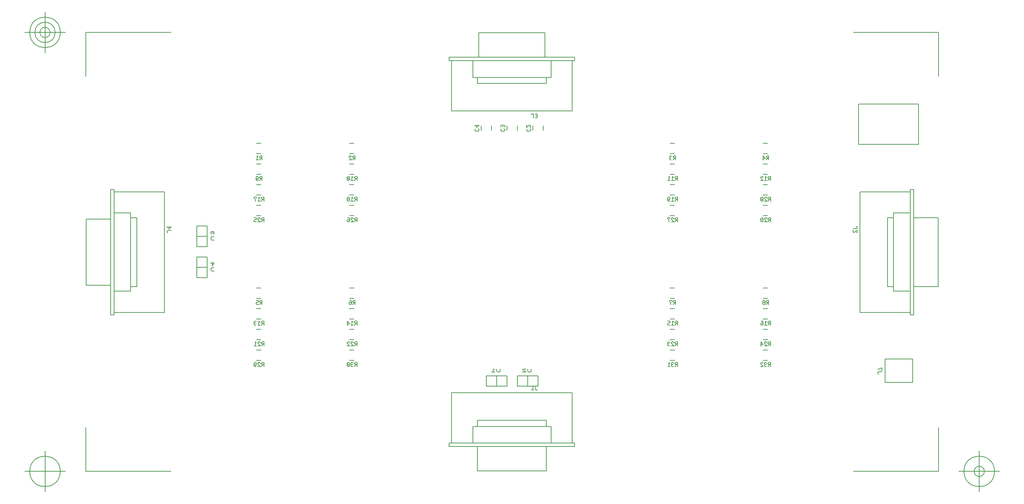
<source format=gbr>
G04 Generated by Ultiboard 13.0 *
%FSLAX34Y34*%
%MOMM*%

%ADD10C,0.0001*%
%ADD11C,0.1556*%
%ADD12C,0.2000*%
%ADD13C,0.2032*%
%ADD14C,0.1270*%


G04 ColorRGB FF14FF for the following layer *
%LNSilkscreen Bottom*%
%LPD*%
G54D10*
G54D11*
X1916460Y207936D02*
X1914460Y209927D01*
X1914460Y211918D01*
X1916460Y213909D01*
X1924460Y213909D01*
X1914460Y219882D02*
X1919460Y219882D01*
X1922460Y222869D01*
X1924460Y222869D01*
X1924460Y216896D01*
X1922460Y216896D01*
X170700Y554836D02*
X168700Y556827D01*
X168700Y558818D01*
X170700Y560809D01*
X178700Y560809D01*
X172700Y569769D02*
X172700Y563796D01*
X178700Y568773D01*
X168700Y568773D01*
X168700Y567778D02*
X168700Y569769D01*
X1861300Y570764D02*
X1863300Y568773D01*
X1863300Y566782D01*
X1861300Y564791D01*
X1853300Y564791D01*
X1855300Y561804D02*
X1853300Y559813D01*
X1853300Y557822D01*
X1855300Y555831D01*
X1856300Y555831D01*
X1863300Y561804D01*
X1863300Y555831D01*
X1862300Y555831D01*
X1078764Y170700D02*
X1076773Y168700D01*
X1074782Y168700D01*
X1072791Y170700D01*
X1072791Y178700D01*
X1068809Y176700D02*
X1066818Y178700D01*
X1066818Y168700D01*
X1069804Y168700D02*
X1063831Y168700D01*
X406144Y581600D02*
X406144Y591600D01*
X402162Y591600D01*
X400171Y589600D01*
X400171Y588600D01*
X402162Y586600D01*
X406144Y586600D01*
X405149Y586600D02*
X400171Y581600D01*
X397184Y589600D02*
X395193Y591600D01*
X393202Y591600D01*
X391211Y589600D01*
X391211Y588600D01*
X397184Y581600D01*
X391211Y581600D01*
X391211Y582600D01*
X382251Y591600D02*
X388224Y591600D01*
X388224Y587600D01*
X384242Y587600D01*
X382251Y585600D01*
X382251Y583600D01*
X384242Y581600D01*
X388224Y581600D01*
X401664Y734000D02*
X401664Y744000D01*
X397682Y744000D01*
X395691Y742000D01*
X395691Y741000D01*
X397682Y739000D01*
X401664Y739000D01*
X400669Y739000D02*
X395691Y734000D01*
X391709Y742000D02*
X389718Y744000D01*
X389718Y734000D01*
X392704Y734000D02*
X386731Y734000D01*
X1650744Y581600D02*
X1650744Y591600D01*
X1646762Y591600D01*
X1644771Y589600D01*
X1644771Y588600D01*
X1646762Y586600D01*
X1650744Y586600D01*
X1649749Y586600D02*
X1644771Y581600D01*
X1641784Y589600D02*
X1639793Y591600D01*
X1637802Y591600D01*
X1635811Y589600D01*
X1635811Y588600D01*
X1641784Y581600D01*
X1635811Y581600D01*
X1635811Y582600D01*
X1628842Y581600D02*
X1630833Y581600D01*
X1632824Y583600D01*
X1632824Y585600D01*
X1631829Y586600D01*
X1632824Y587600D01*
X1632824Y589600D01*
X1630833Y591600D01*
X1628842Y591600D01*
X1626851Y589600D01*
X1626851Y587600D01*
X1627847Y586600D01*
X1626851Y585600D01*
X1626851Y583600D01*
X1628842Y581600D01*
X1631829Y586600D02*
X1627847Y586600D01*
X1650744Y632400D02*
X1650744Y642400D01*
X1646762Y642400D01*
X1644771Y640400D01*
X1644771Y639400D01*
X1646762Y637400D01*
X1650744Y637400D01*
X1649749Y637400D02*
X1644771Y632400D01*
X1641784Y640400D02*
X1639793Y642400D01*
X1637802Y642400D01*
X1635811Y640400D01*
X1635811Y639400D01*
X1641784Y632400D01*
X1635811Y632400D01*
X1635811Y633400D01*
X1632824Y640400D02*
X1630833Y642400D01*
X1628842Y642400D01*
X1626851Y640400D01*
X1626851Y634400D01*
X1628842Y632400D01*
X1630833Y632400D01*
X1632824Y634400D01*
X1632824Y640400D01*
X1626851Y640400D02*
X1632824Y634400D01*
X1650744Y683200D02*
X1650744Y693200D01*
X1646762Y693200D01*
X1644771Y691200D01*
X1644771Y690200D01*
X1646762Y688200D01*
X1650744Y688200D01*
X1649749Y688200D02*
X1644771Y683200D01*
X1640789Y691200D02*
X1638798Y693200D01*
X1638798Y683200D01*
X1641784Y683200D02*
X1635811Y683200D01*
X1632824Y691200D02*
X1630833Y693200D01*
X1628842Y693200D01*
X1626851Y691200D01*
X1626851Y690200D01*
X1632824Y683200D01*
X1626851Y683200D01*
X1626851Y684200D01*
X1646264Y734000D02*
X1646264Y744000D01*
X1642282Y744000D01*
X1640291Y742000D01*
X1640291Y741000D01*
X1642282Y739000D01*
X1646264Y739000D01*
X1645269Y739000D02*
X1640291Y734000D01*
X1631331Y738000D02*
X1637304Y738000D01*
X1632327Y744000D01*
X1632327Y734000D01*
X1633322Y734000D02*
X1631331Y734000D01*
X630264Y378400D02*
X630264Y388400D01*
X626282Y388400D01*
X624291Y386400D01*
X624291Y385400D01*
X626282Y383400D01*
X630264Y383400D01*
X629269Y383400D02*
X624291Y378400D01*
X616327Y388400D02*
X619313Y388400D01*
X621304Y386400D01*
X621304Y382400D01*
X621304Y380400D01*
X619313Y378400D01*
X617322Y378400D01*
X615331Y380400D01*
X615331Y382400D01*
X617322Y384400D01*
X619313Y384400D01*
X621304Y382400D01*
X1650744Y226000D02*
X1650744Y236000D01*
X1646762Y236000D01*
X1644771Y234000D01*
X1644771Y233000D01*
X1646762Y231000D01*
X1650744Y231000D01*
X1649749Y231000D02*
X1644771Y226000D01*
X1640789Y235000D02*
X1639793Y236000D01*
X1637802Y236000D01*
X1635811Y234000D01*
X1635811Y232000D01*
X1636807Y231000D01*
X1635811Y230000D01*
X1635811Y228000D01*
X1637802Y226000D01*
X1639793Y226000D01*
X1640789Y227000D01*
X1639793Y231000D02*
X1636807Y231000D01*
X1632824Y234000D02*
X1630833Y236000D01*
X1628842Y236000D01*
X1626851Y234000D01*
X1626851Y233000D01*
X1632824Y226000D01*
X1626851Y226000D01*
X1626851Y227000D01*
X1650744Y276800D02*
X1650744Y286800D01*
X1646762Y286800D01*
X1644771Y284800D01*
X1644771Y283800D01*
X1646762Y281800D01*
X1650744Y281800D01*
X1649749Y281800D02*
X1644771Y276800D01*
X1641784Y284800D02*
X1639793Y286800D01*
X1637802Y286800D01*
X1635811Y284800D01*
X1635811Y283800D01*
X1641784Y276800D01*
X1635811Y276800D01*
X1635811Y277800D01*
X1626851Y280800D02*
X1632824Y280800D01*
X1627847Y286800D01*
X1627847Y276800D01*
X1628842Y276800D02*
X1626851Y276800D01*
X1650744Y327600D02*
X1650744Y337600D01*
X1646762Y337600D01*
X1644771Y335600D01*
X1644771Y334600D01*
X1646762Y332600D01*
X1650744Y332600D01*
X1649749Y332600D02*
X1644771Y327600D01*
X1640789Y335600D02*
X1638798Y337600D01*
X1638798Y327600D01*
X1641784Y327600D02*
X1635811Y327600D01*
X1627847Y337600D02*
X1630833Y337600D01*
X1632824Y335600D01*
X1632824Y331600D01*
X1632824Y329600D01*
X1630833Y327600D01*
X1628842Y327600D01*
X1626851Y329600D01*
X1626851Y331600D01*
X1628842Y333600D01*
X1630833Y333600D01*
X1632824Y331600D01*
X1646264Y378400D02*
X1646264Y388400D01*
X1642282Y388400D01*
X1640291Y386400D01*
X1640291Y385400D01*
X1642282Y383400D01*
X1646264Y383400D01*
X1645269Y383400D02*
X1640291Y378400D01*
X1633322Y378400D02*
X1635313Y378400D01*
X1637304Y380400D01*
X1637304Y382400D01*
X1636309Y383400D01*
X1637304Y384400D01*
X1637304Y386400D01*
X1635313Y388400D01*
X1633322Y388400D01*
X1631331Y386400D01*
X1631331Y384400D01*
X1632327Y383400D01*
X1631331Y382400D01*
X1631331Y380400D01*
X1633322Y378400D01*
X1636309Y383400D02*
X1632327Y383400D01*
X630264Y734000D02*
X630264Y744000D01*
X626282Y744000D01*
X624291Y742000D01*
X624291Y741000D01*
X626282Y739000D01*
X630264Y739000D01*
X629269Y739000D02*
X624291Y734000D01*
X621304Y742000D02*
X619313Y744000D01*
X617322Y744000D01*
X615331Y742000D01*
X615331Y741000D01*
X621304Y734000D01*
X615331Y734000D01*
X615331Y735000D01*
X1417664Y378400D02*
X1417664Y388400D01*
X1413682Y388400D01*
X1411691Y386400D01*
X1411691Y385400D01*
X1413682Y383400D01*
X1417664Y383400D01*
X1416669Y383400D02*
X1411691Y378400D01*
X1405718Y378400D02*
X1405718Y383400D01*
X1402731Y386400D01*
X1402731Y388400D01*
X1408704Y388400D01*
X1408704Y386400D01*
X1422144Y683200D02*
X1422144Y693200D01*
X1418162Y693200D01*
X1416171Y691200D01*
X1416171Y690200D01*
X1418162Y688200D01*
X1422144Y688200D01*
X1421149Y688200D02*
X1416171Y683200D01*
X1412189Y691200D02*
X1410198Y693200D01*
X1410198Y683200D01*
X1413184Y683200D02*
X1407211Y683200D01*
X1403229Y691200D02*
X1401238Y693200D01*
X1401238Y683200D01*
X1404224Y683200D02*
X1398251Y683200D01*
X1417664Y734000D02*
X1417664Y744000D01*
X1413682Y744000D01*
X1411691Y742000D01*
X1411691Y741000D01*
X1413682Y739000D01*
X1417664Y739000D01*
X1416669Y739000D02*
X1411691Y734000D01*
X1407709Y743000D02*
X1406713Y744000D01*
X1404722Y744000D01*
X1402731Y742000D01*
X1402731Y740000D01*
X1403727Y739000D01*
X1402731Y738000D01*
X1402731Y736000D01*
X1404722Y734000D01*
X1406713Y734000D01*
X1407709Y735000D01*
X1406713Y739000D02*
X1403727Y739000D01*
X1422144Y632400D02*
X1422144Y642400D01*
X1418162Y642400D01*
X1416171Y640400D01*
X1416171Y639400D01*
X1418162Y637400D01*
X1422144Y637400D01*
X1421149Y637400D02*
X1416171Y632400D01*
X1412189Y640400D02*
X1410198Y642400D01*
X1410198Y632400D01*
X1413184Y632400D02*
X1407211Y632400D01*
X1404224Y634400D02*
X1402233Y632400D01*
X1400242Y632400D01*
X1398251Y634400D01*
X1398251Y638400D01*
X1398251Y640400D01*
X1400242Y642400D01*
X1402233Y642400D01*
X1404224Y640400D01*
X1404224Y638400D01*
X1402233Y636400D01*
X1400242Y636400D01*
X1398251Y638400D01*
X1422144Y581600D02*
X1422144Y591600D01*
X1418162Y591600D01*
X1416171Y589600D01*
X1416171Y588600D01*
X1418162Y586600D01*
X1422144Y586600D01*
X1421149Y586600D02*
X1416171Y581600D01*
X1413184Y589600D02*
X1411193Y591600D01*
X1409202Y591600D01*
X1407211Y589600D01*
X1407211Y588600D01*
X1413184Y581600D01*
X1407211Y581600D01*
X1407211Y582600D01*
X1401238Y581600D02*
X1401238Y586600D01*
X1398251Y589600D01*
X1398251Y591600D01*
X1404224Y591600D01*
X1404224Y589600D01*
X1053500Y810809D02*
X1051500Y808818D01*
X1051500Y806827D01*
X1053500Y804836D01*
X1059500Y804836D01*
X1061500Y806827D01*
X1061500Y808818D01*
X1059500Y810809D01*
X1059500Y813796D02*
X1061500Y815787D01*
X1061500Y817778D01*
X1059500Y819769D01*
X1058500Y819769D01*
X1051500Y813796D01*
X1051500Y819769D01*
X1052500Y819769D01*
X990000Y810809D02*
X988000Y808818D01*
X988000Y806827D01*
X990000Y804836D01*
X996000Y804836D01*
X998000Y806827D01*
X998000Y808818D01*
X996000Y810809D01*
X997000Y814791D02*
X998000Y815787D01*
X998000Y817778D01*
X996000Y819769D01*
X994000Y819769D01*
X993000Y818773D01*
X992000Y819769D01*
X990000Y819769D01*
X988000Y817778D01*
X988000Y815787D01*
X989000Y814791D01*
X993000Y815787D02*
X993000Y818773D01*
X926500Y810809D02*
X924500Y808818D01*
X924500Y806827D01*
X926500Y804836D01*
X932500Y804836D01*
X934500Y806827D01*
X934500Y808818D01*
X932500Y810809D01*
X928500Y819769D02*
X928500Y813796D01*
X934500Y818773D01*
X924500Y818773D01*
X924500Y817778D02*
X924500Y819769D01*
X634744Y581600D02*
X634744Y591600D01*
X630762Y591600D01*
X628771Y589600D01*
X628771Y588600D01*
X630762Y586600D01*
X634744Y586600D01*
X633749Y586600D02*
X628771Y581600D01*
X625784Y589600D02*
X623793Y591600D01*
X621802Y591600D01*
X619811Y589600D01*
X619811Y588600D01*
X625784Y581600D01*
X619811Y581600D01*
X619811Y582600D01*
X611847Y591600D02*
X614833Y591600D01*
X616824Y589600D01*
X616824Y585600D01*
X616824Y583600D01*
X614833Y581600D01*
X612842Y581600D01*
X610851Y583600D01*
X610851Y585600D01*
X612842Y587600D01*
X614833Y587600D01*
X616824Y585600D01*
X634744Y632400D02*
X634744Y642400D01*
X630762Y642400D01*
X628771Y640400D01*
X628771Y639400D01*
X630762Y637400D01*
X634744Y637400D01*
X633749Y637400D02*
X628771Y632400D01*
X624789Y640400D02*
X622798Y642400D01*
X622798Y632400D01*
X625784Y632400D02*
X619811Y632400D01*
X612842Y632400D02*
X614833Y632400D01*
X616824Y634400D01*
X616824Y636400D01*
X615829Y637400D01*
X616824Y638400D01*
X616824Y640400D01*
X614833Y642400D01*
X612842Y642400D01*
X610851Y640400D01*
X610851Y638400D01*
X611847Y637400D01*
X610851Y636400D01*
X610851Y634400D01*
X612842Y632400D01*
X615829Y637400D02*
X611847Y637400D01*
X634744Y683200D02*
X634744Y693200D01*
X630762Y693200D01*
X628771Y691200D01*
X628771Y690200D01*
X630762Y688200D01*
X634744Y688200D01*
X633749Y688200D02*
X628771Y683200D01*
X624789Y691200D02*
X622798Y693200D01*
X622798Y683200D01*
X625784Y683200D02*
X619811Y683200D01*
X616824Y691200D02*
X614833Y693200D01*
X612842Y693200D01*
X610851Y691200D01*
X610851Y685200D01*
X612842Y683200D01*
X614833Y683200D01*
X616824Y685200D01*
X616824Y691200D01*
X610851Y691200D02*
X616824Y685200D01*
X401664Y683200D02*
X401664Y693200D01*
X397682Y693200D01*
X395691Y691200D01*
X395691Y690200D01*
X397682Y688200D01*
X401664Y688200D01*
X400669Y688200D02*
X395691Y683200D01*
X392704Y685200D02*
X390713Y683200D01*
X388722Y683200D01*
X386731Y685200D01*
X386731Y689200D01*
X386731Y691200D01*
X388722Y693200D01*
X390713Y693200D01*
X392704Y691200D01*
X392704Y689200D01*
X390713Y687200D01*
X388722Y687200D01*
X386731Y689200D01*
X406144Y632400D02*
X406144Y642400D01*
X402162Y642400D01*
X400171Y640400D01*
X400171Y639400D01*
X402162Y637400D01*
X406144Y637400D01*
X405149Y637400D02*
X400171Y632400D01*
X396189Y640400D02*
X394198Y642400D01*
X394198Y632400D01*
X397184Y632400D02*
X391211Y632400D01*
X385238Y632400D02*
X385238Y637400D01*
X382251Y640400D01*
X382251Y642400D01*
X388224Y642400D01*
X388224Y640400D01*
X1422144Y327600D02*
X1422144Y337600D01*
X1418162Y337600D01*
X1416171Y335600D01*
X1416171Y334600D01*
X1418162Y332600D01*
X1422144Y332600D01*
X1421149Y332600D02*
X1416171Y327600D01*
X1412189Y335600D02*
X1410198Y337600D01*
X1410198Y327600D01*
X1413184Y327600D02*
X1407211Y327600D01*
X1398251Y337600D02*
X1404224Y337600D01*
X1404224Y333600D01*
X1400242Y333600D01*
X1398251Y331600D01*
X1398251Y329600D01*
X1400242Y327600D01*
X1404224Y327600D01*
X1422144Y226000D02*
X1422144Y236000D01*
X1418162Y236000D01*
X1416171Y234000D01*
X1416171Y233000D01*
X1418162Y231000D01*
X1422144Y231000D01*
X1421149Y231000D02*
X1416171Y226000D01*
X1412189Y235000D02*
X1411193Y236000D01*
X1409202Y236000D01*
X1407211Y234000D01*
X1407211Y232000D01*
X1408207Y231000D01*
X1407211Y230000D01*
X1407211Y228000D01*
X1409202Y226000D01*
X1411193Y226000D01*
X1412189Y227000D01*
X1411193Y231000D02*
X1408207Y231000D01*
X1403229Y234000D02*
X1401238Y236000D01*
X1401238Y226000D01*
X1404224Y226000D02*
X1398251Y226000D01*
X1422144Y276800D02*
X1422144Y286800D01*
X1418162Y286800D01*
X1416171Y284800D01*
X1416171Y283800D01*
X1418162Y281800D01*
X1422144Y281800D01*
X1421149Y281800D02*
X1416171Y276800D01*
X1413184Y284800D02*
X1411193Y286800D01*
X1409202Y286800D01*
X1407211Y284800D01*
X1407211Y283800D01*
X1413184Y276800D01*
X1407211Y276800D01*
X1407211Y277800D01*
X1403229Y285800D02*
X1402233Y286800D01*
X1400242Y286800D01*
X1398251Y284800D01*
X1398251Y282800D01*
X1399247Y281800D01*
X1398251Y280800D01*
X1398251Y278800D01*
X1400242Y276800D01*
X1402233Y276800D01*
X1403229Y277800D01*
X1402233Y281800D02*
X1399247Y281800D01*
X634744Y327600D02*
X634744Y337600D01*
X630762Y337600D01*
X628771Y335600D01*
X628771Y334600D01*
X630762Y332600D01*
X634744Y332600D01*
X633749Y332600D02*
X628771Y327600D01*
X624789Y335600D02*
X622798Y337600D01*
X622798Y327600D01*
X625784Y327600D02*
X619811Y327600D01*
X610851Y331600D02*
X616824Y331600D01*
X611847Y337600D01*
X611847Y327600D01*
X612842Y327600D02*
X610851Y327600D01*
X634744Y226000D02*
X634744Y236000D01*
X630762Y236000D01*
X628771Y234000D01*
X628771Y233000D01*
X630762Y231000D01*
X634744Y231000D01*
X633749Y231000D02*
X628771Y226000D01*
X624789Y235000D02*
X623793Y236000D01*
X621802Y236000D01*
X619811Y234000D01*
X619811Y232000D01*
X620807Y231000D01*
X619811Y230000D01*
X619811Y228000D01*
X621802Y226000D01*
X623793Y226000D01*
X624789Y227000D01*
X623793Y231000D02*
X620807Y231000D01*
X616824Y234000D02*
X614833Y236000D01*
X612842Y236000D01*
X610851Y234000D01*
X610851Y228000D01*
X612842Y226000D01*
X614833Y226000D01*
X616824Y228000D01*
X616824Y234000D01*
X610851Y234000D02*
X616824Y228000D01*
X634744Y276800D02*
X634744Y286800D01*
X630762Y286800D01*
X628771Y284800D01*
X628771Y283800D01*
X630762Y281800D01*
X634744Y281800D01*
X633749Y281800D02*
X628771Y276800D01*
X625784Y284800D02*
X623793Y286800D01*
X621802Y286800D01*
X619811Y284800D01*
X619811Y283800D01*
X625784Y276800D01*
X619811Y276800D01*
X619811Y277800D01*
X616824Y284800D02*
X614833Y286800D01*
X612842Y286800D01*
X610851Y284800D01*
X610851Y283800D01*
X616824Y276800D01*
X610851Y276800D01*
X610851Y277800D01*
X1062836Y845300D02*
X1064827Y847300D01*
X1066818Y847300D01*
X1068809Y845300D01*
X1068809Y837300D01*
X1072791Y838300D02*
X1073787Y837300D01*
X1075778Y837300D01*
X1077769Y839300D01*
X1077769Y841300D01*
X1076773Y842300D01*
X1077769Y843300D01*
X1077769Y845300D01*
X1075778Y847300D01*
X1073787Y847300D01*
X1072791Y846300D01*
X1073787Y842300D02*
X1076773Y842300D01*
X406144Y276800D02*
X406144Y286800D01*
X402162Y286800D01*
X400171Y284800D01*
X400171Y283800D01*
X402162Y281800D01*
X406144Y281800D01*
X405149Y281800D02*
X400171Y276800D01*
X397184Y284800D02*
X395193Y286800D01*
X393202Y286800D01*
X391211Y284800D01*
X391211Y283800D01*
X397184Y276800D01*
X391211Y276800D01*
X391211Y277800D01*
X387229Y284800D02*
X385238Y286800D01*
X385238Y276800D01*
X388224Y276800D02*
X382251Y276800D01*
X406144Y226000D02*
X406144Y236000D01*
X402162Y236000D01*
X400171Y234000D01*
X400171Y233000D01*
X402162Y231000D01*
X406144Y231000D01*
X405149Y231000D02*
X400171Y226000D01*
X397184Y234000D02*
X395193Y236000D01*
X393202Y236000D01*
X391211Y234000D01*
X391211Y233000D01*
X397184Y226000D01*
X391211Y226000D01*
X391211Y227000D01*
X388224Y228000D02*
X386233Y226000D01*
X384242Y226000D01*
X382251Y228000D01*
X382251Y232000D01*
X382251Y234000D01*
X384242Y236000D01*
X386233Y236000D01*
X388224Y234000D01*
X388224Y232000D01*
X386233Y230000D01*
X384242Y230000D01*
X382251Y232000D01*
X406144Y327600D02*
X406144Y337600D01*
X402162Y337600D01*
X400171Y335600D01*
X400171Y334600D01*
X402162Y332600D01*
X406144Y332600D01*
X405149Y332600D02*
X400171Y327600D01*
X396189Y335600D02*
X394198Y337600D01*
X394198Y327600D01*
X397184Y327600D02*
X391211Y327600D01*
X387229Y336600D02*
X386233Y337600D01*
X384242Y337600D01*
X382251Y335600D01*
X382251Y333600D01*
X383247Y332600D01*
X382251Y331600D01*
X382251Y329600D01*
X384242Y327600D01*
X386233Y327600D01*
X387229Y328600D01*
X386233Y332600D02*
X383247Y332600D01*
X401664Y378400D02*
X401664Y388400D01*
X397682Y388400D01*
X395691Y386400D01*
X395691Y385400D01*
X397682Y383400D01*
X401664Y383400D01*
X400669Y383400D02*
X395691Y378400D01*
X386731Y388400D02*
X392704Y388400D01*
X392704Y384400D01*
X388722Y384400D01*
X386731Y382400D01*
X386731Y380400D01*
X388722Y378400D01*
X392704Y378400D01*
G54D12*
X1999960Y186950D02*
X1931960Y186950D01*
X1931960Y244850D01*
X1999960Y244850D01*
X1999960Y186950D01*
X94250Y422846D02*
X79264Y422846D01*
X79264Y592010D01*
X94250Y592010D01*
X94250Y422846D01*
X79264Y411416D02*
X38370Y411416D01*
X38370Y603440D01*
X79264Y603440D01*
X79264Y411416D01*
X161560Y359346D02*
X38370Y359346D01*
X38370Y655510D01*
X161560Y655510D01*
X161560Y359346D01*
X38370Y353377D02*
X29480Y353377D01*
X29480Y661479D01*
X38370Y661479D01*
X38370Y353377D01*
X29480Y425894D02*
X-30464Y425894D01*
X-30464Y588962D01*
X29480Y588962D01*
X29480Y425894D01*
X1993630Y661479D02*
X2002520Y661479D01*
X2002520Y353377D01*
X1993630Y353377D01*
X1993630Y661479D01*
X1870440Y655510D02*
X1993630Y655510D01*
X1993630Y359346D01*
X1870440Y359346D01*
X1870440Y655510D01*
X2062464Y592010D02*
X2062464Y422846D01*
X1952736Y603440D02*
X1993630Y603440D01*
X1993630Y411416D01*
X1952736Y411416D01*
X1952736Y603440D01*
X1937750Y592010D02*
X1952736Y592010D01*
X1952736Y422846D01*
X1937750Y422846D01*
X1937750Y592010D01*
X2062464Y592010D02*
X2002520Y592010D01*
X2062464Y422846D02*
X2002520Y422846D01*
X1169479Y38370D02*
X861377Y38370D01*
X861377Y29480D01*
X1169479Y29480D01*
X1169479Y38370D01*
X1163510Y161560D02*
X867346Y161560D01*
X867346Y38370D01*
X1163510Y38370D01*
X1163510Y161560D01*
X1100010Y-30464D02*
X930846Y-30464D01*
X1111440Y79264D02*
X919416Y79264D01*
X919416Y38370D01*
X1111440Y38370D01*
X1111440Y79264D01*
X1100010Y94250D02*
X930846Y94250D01*
X930846Y79264D01*
X1100010Y79264D01*
X1100010Y94250D01*
X1100010Y-30464D02*
X1100010Y29480D01*
X930846Y-30464D02*
X930846Y29480D01*
X399200Y597100D02*
X388200Y597100D01*
X399200Y622100D02*
X388200Y622100D01*
X399200Y622100D02*
X388200Y622100D01*
X399200Y749500D02*
X388200Y749500D01*
X399200Y774500D02*
X388200Y774500D01*
X399200Y774500D02*
X388200Y774500D01*
X1643800Y597100D02*
X1632800Y597100D01*
X1643800Y622100D02*
X1632800Y622100D01*
X1643800Y622100D02*
X1632800Y622100D01*
X1643800Y647900D02*
X1632800Y647900D01*
X1643800Y672900D02*
X1632800Y672900D01*
X1643800Y672900D02*
X1632800Y672900D01*
X1643800Y698700D02*
X1632800Y698700D01*
X1643800Y723700D02*
X1632800Y723700D01*
X1643800Y723700D02*
X1632800Y723700D01*
X1643800Y749500D02*
X1632800Y749500D01*
X1643800Y774500D02*
X1632800Y774500D01*
X1643800Y774500D02*
X1632800Y774500D01*
X627800Y393900D02*
X616800Y393900D01*
X627800Y418900D02*
X616800Y418900D01*
X627800Y418900D02*
X616800Y418900D01*
X1643800Y241500D02*
X1632800Y241500D01*
X1643800Y266500D02*
X1632800Y266500D01*
X1643800Y266500D02*
X1632800Y266500D01*
X1643800Y292300D02*
X1632800Y292300D01*
X1643800Y317300D02*
X1632800Y317300D01*
X1643800Y317300D02*
X1632800Y317300D01*
X1643800Y343100D02*
X1632800Y343100D01*
X1643800Y368100D02*
X1632800Y368100D01*
X1643800Y368100D02*
X1632800Y368100D01*
X1643800Y393900D02*
X1632800Y393900D01*
X1643800Y418900D02*
X1632800Y418900D01*
X1643800Y418900D02*
X1632800Y418900D01*
X627800Y749500D02*
X616800Y749500D01*
X627800Y774500D02*
X616800Y774500D01*
X627800Y774500D02*
X616800Y774500D01*
X1415200Y393900D02*
X1404200Y393900D01*
X1415200Y418900D02*
X1404200Y418900D01*
X1415200Y418900D02*
X1404200Y418900D01*
X1415200Y698700D02*
X1404200Y698700D01*
X1415200Y723700D02*
X1404200Y723700D01*
X1415200Y723700D02*
X1404200Y723700D01*
X1415200Y749500D02*
X1404200Y749500D01*
X1415200Y774500D02*
X1404200Y774500D01*
X1415200Y774500D02*
X1404200Y774500D01*
X1415200Y647900D02*
X1404200Y647900D01*
X1415200Y672900D02*
X1404200Y672900D01*
X1415200Y672900D02*
X1404200Y672900D01*
X1415200Y597100D02*
X1404200Y597100D01*
X1415200Y622100D02*
X1404200Y622100D01*
X1415200Y622100D02*
X1404200Y622100D01*
X1067000Y807300D02*
X1067000Y818300D01*
X1092000Y807300D02*
X1092000Y818300D01*
X1092000Y807300D02*
X1092000Y818300D01*
X1003500Y807300D02*
X1003500Y818300D01*
X1028500Y807300D02*
X1028500Y818300D01*
X1028500Y807300D02*
X1028500Y818300D01*
X940000Y807300D02*
X940000Y818300D01*
X965000Y807300D02*
X965000Y818300D01*
X965000Y807300D02*
X965000Y818300D01*
X627800Y597100D02*
X616800Y597100D01*
X627800Y622100D02*
X616800Y622100D01*
X627800Y622100D02*
X616800Y622100D01*
X627800Y647900D02*
X616800Y647900D01*
X627800Y672900D02*
X616800Y672900D01*
X627800Y672900D02*
X616800Y672900D01*
X627800Y698700D02*
X616800Y698700D01*
X627800Y723700D02*
X616800Y723700D01*
X627800Y723700D02*
X616800Y723700D01*
X399200Y698700D02*
X388200Y698700D01*
X399200Y723700D02*
X388200Y723700D01*
X399200Y723700D02*
X388200Y723700D01*
X399200Y647900D02*
X388200Y647900D01*
X399200Y672900D02*
X388200Y672900D01*
X399200Y672900D02*
X388200Y672900D01*
X1415200Y343100D02*
X1404200Y343100D01*
X1415200Y368100D02*
X1404200Y368100D01*
X1415200Y368100D02*
X1404200Y368100D01*
X1415200Y241500D02*
X1404200Y241500D01*
X1415200Y266500D02*
X1404200Y266500D01*
X1415200Y266500D02*
X1404200Y266500D01*
X1415200Y292300D02*
X1404200Y292300D01*
X1415200Y317300D02*
X1404200Y317300D01*
X1415200Y317300D02*
X1404200Y317300D01*
X627800Y343100D02*
X616800Y343100D01*
X627800Y368100D02*
X616800Y368100D01*
X627800Y368100D02*
X616800Y368100D01*
X627800Y241500D02*
X616800Y241500D01*
X627800Y266500D02*
X616800Y266500D01*
X627800Y266500D02*
X616800Y266500D01*
X627800Y292300D02*
X616800Y292300D01*
X627800Y317300D02*
X616800Y317300D01*
X627800Y317300D02*
X616800Y317300D01*
X930846Y921750D02*
X1100010Y921750D01*
X1100010Y936736D01*
X930846Y936736D01*
X930846Y921750D01*
X919416Y936736D02*
X1111440Y936736D01*
X1111440Y977630D01*
X919416Y977630D01*
X919416Y936736D01*
X867346Y854440D02*
X1163510Y854440D01*
X1163510Y977630D01*
X867346Y977630D01*
X867346Y854440D01*
X861377Y977630D02*
X1169479Y977630D01*
X1169479Y986520D01*
X861377Y986520D01*
X861377Y977630D01*
X933894Y986520D02*
X1096962Y986520D01*
X1096962Y1046464D01*
X933894Y1046464D01*
X933894Y986520D01*
X399200Y292300D02*
X388200Y292300D01*
X399200Y317300D02*
X388200Y317300D01*
X399200Y317300D02*
X388200Y317300D01*
X399200Y241500D02*
X388200Y241500D01*
X399200Y266500D02*
X388200Y266500D01*
X399200Y266500D02*
X388200Y266500D01*
X399200Y343100D02*
X388200Y343100D01*
X399200Y368100D02*
X388200Y368100D01*
X399200Y368100D02*
X388200Y368100D01*
X399200Y393900D02*
X388200Y393900D01*
X399200Y418900D02*
X388200Y418900D01*
X399200Y418900D02*
X388200Y418900D01*
G54D13*
X1867144Y772160D02*
X1867144Y871220D01*
X1867784Y871220D02*
X1907784Y871220D01*
X2014464Y871220D02*
X2014464Y772160D01*
X1907784Y871220D02*
X2014464Y871220D01*
X2014464Y772160D02*
X1867144Y772160D01*
X283936Y537351D02*
X277888Y537351D01*
X276376Y540173D01*
X276376Y542996D01*
X277888Y545818D01*
X283936Y545818D01*
X283180Y551462D02*
X283936Y552873D01*
X283936Y555696D01*
X282424Y558518D01*
X280912Y558518D01*
X280156Y557107D01*
X279400Y558518D01*
X277888Y558518D01*
X276376Y555696D01*
X276376Y552873D01*
X277132Y551462D01*
X280156Y552873D02*
X280156Y557107D01*
X266700Y571500D02*
X266700Y520700D01*
X241300Y571500D02*
X241300Y520700D01*
X266700Y520700D01*
X241300Y520700D01*
X241300Y546100D02*
X266700Y546100D01*
X266700Y571500D02*
X241300Y571500D01*
X283936Y461151D02*
X277888Y461151D01*
X276376Y463973D01*
X276376Y466796D01*
X277888Y469618D01*
X283936Y469618D01*
X279400Y482318D02*
X279400Y473851D01*
X283936Y480907D01*
X276376Y480907D01*
X276376Y479496D02*
X276376Y482318D01*
X266700Y495300D02*
X266700Y444500D01*
X241300Y495300D02*
X241300Y444500D01*
X266700Y444500D01*
X241300Y444500D01*
X241300Y469900D02*
X266700Y469900D01*
X266700Y495300D02*
X241300Y495300D01*
X1062849Y220436D02*
X1062849Y214388D01*
X1060027Y212876D01*
X1057204Y212876D01*
X1054382Y214388D01*
X1054382Y220436D01*
X1050149Y218924D02*
X1047327Y220436D01*
X1044504Y220436D01*
X1041682Y218924D01*
X1041682Y218168D01*
X1050149Y212876D01*
X1041682Y212876D01*
X1041682Y213632D01*
X1028700Y203200D02*
X1079500Y203200D01*
X1028700Y177800D02*
X1079500Y177800D01*
X1079500Y203200D01*
X1079500Y177800D01*
X1054100Y177800D02*
X1054100Y203200D01*
X1028700Y203200D02*
X1028700Y177800D01*
X986649Y220436D02*
X986649Y214388D01*
X983827Y212876D01*
X981004Y212876D01*
X978182Y214388D01*
X978182Y220436D01*
X972538Y218924D02*
X969716Y220436D01*
X969716Y212876D01*
X973949Y212876D02*
X965482Y212876D01*
X952500Y203200D02*
X1003300Y203200D01*
X952500Y177800D02*
X1003300Y177800D01*
X1003300Y203200D01*
X1003300Y177800D01*
X977900Y177800D02*
X977900Y203200D01*
X952500Y203200D02*
X952500Y177800D01*
G54D14*
X-31464Y-31464D02*
X-31464Y76429D01*
X-31464Y-31464D02*
X178029Y-31464D01*
X2063464Y-31464D02*
X1853971Y-31464D01*
X2063464Y-31464D02*
X2063464Y76429D01*
X2063464Y1047464D02*
X2063464Y939571D01*
X2063464Y1047464D02*
X1853971Y1047464D01*
X-31464Y1047464D02*
X178029Y1047464D01*
X-31464Y1047464D02*
X-31464Y939571D01*
X-81464Y-31464D02*
X-181464Y-31464D01*
X-131464Y-81464D02*
X-131464Y18536D01*
X-168964Y-31464D02*
G75*
D01*
G02X-168964Y-31464I37500J0*
G01*
X2113464Y-31464D02*
X2213464Y-31464D01*
X2163464Y-81464D02*
X2163464Y18536D01*
X2125964Y-31464D02*
G75*
D01*
G02X2125964Y-31464I37500J0*
G01*
X2150964Y-31464D02*
G75*
D01*
G02X2150964Y-31464I12500J0*
G01*
X-81464Y1047464D02*
X-181464Y1047464D01*
X-131464Y997464D02*
X-131464Y1097464D01*
X-168964Y1047464D02*
G75*
D01*
G02X-168964Y1047464I37500J0*
G01*
X-156464Y1047464D02*
G75*
D01*
G02X-156464Y1047464I25000J0*
G01*
X-143964Y1047464D02*
G75*
D01*
G02X-143964Y1047464I12500J0*
G01*

M02*

</source>
